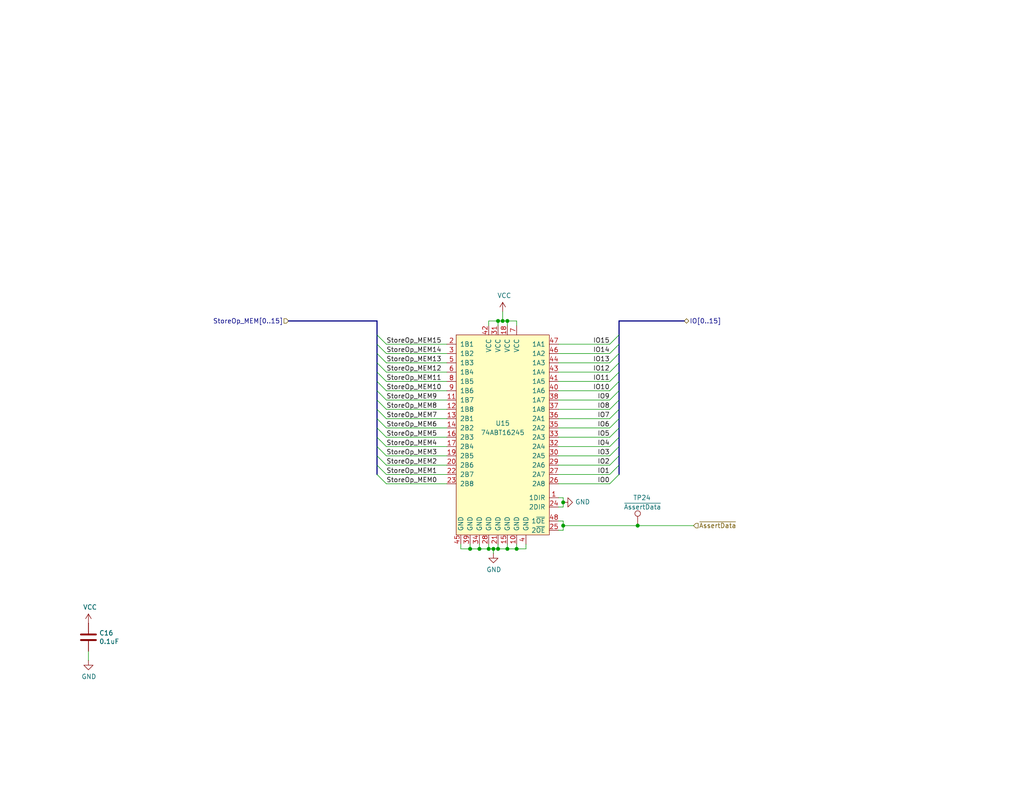
<source format=kicad_sch>
(kicad_sch (version 20250114) (generator "eeschema") (generator_version "9.0")
  (paper "USLetter")
  (title_block (title "MEM: Buffer StoreOp") (date "2025-07-01") (rev "A") (comment 3 "This allows peripheral devices to assert their own value to the bus during a Load.") (comment 4 "The store operand can be disconnected from the system memory bus via tristate outputs."))
  (lib_symbols
    (symbol "Connector:TestPoint" (pin_numbers (hide yes)) (pin_names (offset 0.762) (hide yes))
      (property "Reference" "TP" (at 0 6.858 0))
      (property "Value" "TestPoint" (at 0 5.08 0))
      (symbol "TestPoint_0_1"
        (circle (center 0 3.302) (radius 0.762))
      )
      (symbol "TestPoint_1_1"
        (pin passive line (at 0 0 90) (length 2.54) (name "1") (number "1"))
      )
    )
    (symbol "Device:C" (pin_numbers (hide yes)) (pin_names (offset 0.254))
      (property "Reference" "C" (at 0.635 2.54 0))
      (property "Value" "C" (at 0.635 -2.54 0))
      (symbol "C_0_1"
        (polyline (pts (xy -2.032 0.762) (xy 2.032 0.762)) (stroke (width 0.508)))
        (polyline (pts (xy -2.032 -0.762) (xy 2.032 -0.762)) (stroke (width 0.508)))
      )
      (symbol "C_1_1"
        (pin passive line (at 0 3.81 270) (length 2.794) (name "~") (number "1"))
        (pin passive line (at 0 -3.81 90) (length 2.794) (name "~") (number "2"))
      )
    )
    (symbol "Turtle16:74ABT16245" (pin_names (offset 1.016))
      (property "Reference" "U" (at 0 1.27 0))
      (property "Value" "74ABT16245" (at 0 -1.27 0))
      (symbol "74ABT16245_0_1"
        (rectangle (start -12.7 26.67) (end 12.7 -27.94) (fill (type background)))
      )
      (symbol "74ABT16245_1_1"
        (pin tri_state line (at -15.24 24.13 0) (length 2.54) (name "1A1") (number "47"))
        (pin tri_state line (at -15.24 21.59 0) (length 2.54) (name "1A2") (number "46"))
        (pin tri_state line (at -15.24 19.05 0) (length 2.54) (name "1A3") (number "44"))
        (pin tri_state line (at -15.24 16.51 0) (length 2.54) (name "1A4") (number "43"))
        (pin tri_state line (at -15.24 13.97 0) (length 2.54) (name "1A5") (number "41"))
        (pin tri_state line (at -15.24 11.43 0) (length 2.54) (name "1A6") (number "40"))
        (pin tri_state line (at -15.24 8.89 0) (length 2.54) (name "1A7") (number "38"))
        (pin tri_state line (at -15.24 6.35 0) (length 2.54) (name "1A8") (number "37"))
        (pin tri_state line (at -15.24 3.81 0) (length 2.54) (name "2A1") (number "36"))
        (pin tri_state line (at -15.24 1.27 0) (length 2.54) (name "2A2") (number "35"))
        (pin tri_state line (at -15.24 -1.27 0) (length 2.54) (name "2A3") (number "33"))
        (pin tri_state line (at -15.24 -3.81 0) (length 2.54) (name "2A4") (number "32"))
        (pin tri_state line (at -15.24 -6.35 0) (length 2.54) (name "2A5") (number "30"))
        (pin tri_state line (at -15.24 -8.89 0) (length 2.54) (name "2A6") (number "29"))
        (pin tri_state line (at -15.24 -11.43 0) (length 2.54) (name "2A7") (number "27"))
        (pin tri_state line (at -15.24 -13.97 0) (length 2.54) (name "2A8") (number "26"))
        (pin input line (at -15.24 -17.78 0) (length 2.54) (name "1DIR") (number "1"))
        (pin input line (at -15.24 -20.32 0) (length 2.54) (name "2DIR") (number "24"))
        (pin input line (at -15.24 -24.13 0) (length 2.54) (name "1~{OE}") (number "48"))
        (pin input line (at -15.24 -26.67 0) (length 2.54) (name "2~{OE}") (number "25"))
        (pin power_in line (at -6.35 -30.48 90) (length 2.54) (name "GND") (number "4"))
        (pin power_in line (at -3.81 29.21 270) (length 2.54) (name "VCC") (number "7"))
        (pin power_in line (at -3.81 -30.48 90) (length 2.54) (name "GND") (number "10"))
        (pin power_in line (at -1.27 29.21 270) (length 2.54) (name "VCC") (number "18"))
        (pin power_in line (at -1.27 -30.48 90) (length 2.54) (name "GND") (number "15"))
        (pin power_in line (at 1.27 29.21 270) (length 2.54) (name "VCC") (number "31"))
        (pin power_in line (at 1.27 -30.48 90) (length 2.54) (name "GND") (number "21"))
        (pin power_in line (at 3.81 29.21 270) (length 2.54) (name "VCC") (number "42"))
        (pin power_in line (at 3.81 -30.48 90) (length 2.54) (name "GND") (number "28"))
        (pin power_in line (at 6.35 -30.48 90) (length 2.54) (name "GND") (number "34"))
        (pin power_in line (at 8.89 -30.48 90) (length 2.54) (name "GND") (number "39"))
        (pin power_in line (at 11.43 -30.48 90) (length 2.54) (name "GND") (number "45"))
        (pin tri_state line (at 15.24 24.13 180) (length 2.54) (name "1B1") (number "2"))
        (pin tri_state line (at 15.24 21.59 180) (length 2.54) (name "1B2") (number "3"))
        (pin tri_state line (at 15.24 19.05 180) (length 2.54) (name "1B3") (number "5"))
        (pin tri_state line (at 15.24 16.51 180) (length 2.54) (name "1B4") (number "6"))
        (pin tri_state line (at 15.24 13.97 180) (length 2.54) (name "1B5") (number "8"))
        (pin tri_state line (at 15.24 11.43 180) (length 2.54) (name "1B6") (number "9"))
        (pin tri_state line (at 15.24 8.89 180) (length 2.54) (name "1B7") (number "11"))
        (pin tri_state line (at 15.24 6.35 180) (length 2.54) (name "1B8") (number "12"))
        (pin tri_state line (at 15.24 3.81 180) (length 2.54) (name "2B1") (number "13"))
        (pin tri_state line (at 15.24 1.27 180) (length 2.54) (name "2B2") (number "14"))
        (pin tri_state line (at 15.24 -1.27 180) (length 2.54) (name "2B3") (number "16"))
        (pin tri_state line (at 15.24 -3.81 180) (length 2.54) (name "2B4") (number "17"))
        (pin tri_state line (at 15.24 -6.35 180) (length 2.54) (name "2B5") (number "19"))
        (pin tri_state line (at 15.24 -8.89 180) (length 2.54) (name "2B6") (number "20"))
        (pin tri_state line (at 15.24 -11.43 180) (length 2.54) (name "2B7") (number "22"))
        (pin tri_state line (at 15.24 -13.97 180) (length 2.54) (name "2B8") (number "23"))
      )
    )
    (symbol "power:GND" (power) (pin_numbers (hide yes)) (pin_names (offset 0) (hide yes))
      (property "Value" "GND" (at 0 -3.81 0))
      (symbol "GND_0_1"
        (polyline (pts (xy 0 0) (xy 0 -1.27) (xy 1.27 -1.27) (xy 0 -2.54) (xy -1.27 -1.27) (xy 0 -1.27)))
      )
      (symbol "GND_1_1"
        (pin power_in line (at 0 0 270) (length 0) (name "~") (number "1"))
      )
    )
    (symbol "power:VCC" (power) (pin_numbers (hide yes)) (pin_names (offset 0) (hide yes))
      (property "Value" "VCC" (at 0 3.556 0))
      (symbol "VCC_0_1"
        (polyline (pts (xy -0.762 1.27) (xy 0 2.54)))
        (polyline (pts (xy 0 2.54) (xy 0.762 1.27)))
        (polyline (pts (xy 0 0) (xy 0 2.54)))
      )
      (symbol "VCC_1_1"
        (pin power_in line (at 0 0 90) (length 0) (name "~") (number "1"))
      )
    )
  )
  (junction (at 153.67 143.51))
  (junction (at 135.89 87.63))
  (junction (at 173.99 143.51))
  (junction (at 133.35 149.86))
  (junction (at 134.62 149.86))
  (junction (at 153.67 137.16))
  (junction (at 138.43 149.86))
  (junction (at 138.43 87.63))
  (junction (at 140.97 149.86))
  (junction (at 130.81 149.86))
  (junction (at 135.89 149.86))
  (junction (at 137.16 87.63))
  (junction (at 128.27 149.86))
  (bus_entry (at 105.41 111.76) (size -2.54 -2.54))
  (bus_entry (at 105.41 99.06) (size -2.54 -2.54))
  (bus_entry (at 166.37 111.76) (size 2.54 -2.54))
  (bus_entry (at 105.41 106.68) (size -2.54 -2.54))
  (bus_entry (at 166.37 116.84) (size 2.54 -2.54))
  (bus_entry (at 166.37 96.52) (size 2.54 -2.54))
  (bus_entry (at 105.41 114.3) (size -2.54 -2.54))
  (bus_entry (at 105.41 119.38) (size -2.54 -2.54))
  (bus_entry (at 166.37 121.92) (size 2.54 -2.54))
  (bus_entry (at 105.41 116.84) (size -2.54 -2.54))
  (bus_entry (at 166.37 106.68) (size 2.54 -2.54))
  (bus_entry (at 166.37 104.14) (size 2.54 -2.54))
  (bus_entry (at 105.41 121.92) (size -2.54 -2.54))
  (bus_entry (at 166.37 101.6) (size 2.54 -2.54))
  (bus_entry (at 166.37 132.08) (size 2.54 -2.54))
  (bus_entry (at 166.37 93.98) (size 2.54 -2.54))
  (bus_entry (at 166.37 114.3) (size 2.54 -2.54))
  (bus_entry (at 166.37 124.46) (size 2.54 -2.54))
  (bus_entry (at 105.41 101.6) (size -2.54 -2.54))
  (bus_entry (at 105.41 129.54) (size -2.54 -2.54))
  (bus_entry (at 166.37 119.38) (size 2.54 -2.54))
  (bus_entry (at 166.37 127) (size 2.54 -2.54))
  (bus_entry (at 105.41 124.46) (size -2.54 -2.54))
  (bus_entry (at 105.41 127) (size -2.54 -2.54))
  (bus_entry (at 105.41 93.98) (size -2.54 -2.54))
  (bus_entry (at 105.41 104.14) (size -2.54 -2.54))
  (bus_entry (at 105.41 132.08) (size -2.54 -2.54))
  (bus_entry (at 166.37 99.06) (size 2.54 -2.54))
  (bus_entry (at 105.41 96.52) (size -2.54 -2.54))
  (bus_entry (at 105.41 109.22) (size -2.54 -2.54))
  (bus_entry (at 166.37 129.54) (size 2.54 -2.54))
  (bus_entry (at 166.37 109.22) (size 2.54 -2.54))
  (wire (pts (xy 105.41 111.76) (xy 121.92 111.76)))
  (wire (pts (xy 135.89 148.59) (xy 135.89 149.86)))
  (wire (pts (xy 135.89 87.63) (xy 137.16 87.63)))
  (bus (pts (xy 168.91 109.22) (xy 168.91 111.76)))
  (wire (pts (xy 125.73 148.59) (xy 125.73 149.86)))
  (wire (pts (xy 166.37 101.6) (xy 152.4 101.6)))
  (wire (pts (xy 153.67 143.51) (xy 153.67 144.78)))
  (wire (pts (xy 166.37 109.22) (xy 152.4 109.22)))
  (wire (pts (xy 166.37 119.38) (xy 152.4 119.38)))
  (wire (pts (xy 153.67 142.24) (xy 153.67 143.51)))
  (wire (pts (xy 137.16 87.63) (xy 137.16 85.09)))
  (wire (pts (xy 152.4 135.89) (xy 153.67 135.89)))
  (wire (pts (xy 143.51 149.86) (xy 143.51 148.59)))
  (bus (pts (xy 168.91 127) (xy 168.91 129.54)))
  (wire (pts (xy 105.41 124.46) (xy 121.92 124.46)))
  (wire (pts (xy 105.41 101.6) (xy 121.92 101.6)))
  (wire (pts (xy 105.41 106.68) (xy 121.92 106.68)))
  (wire (pts (xy 138.43 149.86) (xy 140.97 149.86)))
  (wire (pts (xy 135.89 88.9) (xy 135.89 87.63)))
  (wire (pts (xy 105.41 132.08) (xy 121.92 132.08)))
  (wire (pts (xy 134.62 149.86) (xy 134.62 151.13)))
  (wire (pts (xy 153.67 143.51) (xy 173.99 143.51)))
  (wire (pts (xy 105.41 129.54) (xy 121.92 129.54)))
  (bus (pts (xy 102.87 87.63) (xy 78.74 87.63)))
  (bus (pts (xy 168.91 101.6) (xy 168.91 104.14)))
  (wire (pts (xy 140.97 148.59) (xy 140.97 149.86)))
  (wire (pts (xy 166.37 127) (xy 152.4 127)))
  (wire (pts (xy 166.37 116.84) (xy 152.4 116.84)))
  (bus (pts (xy 168.91 124.46) (xy 168.91 127)))
  (wire (pts (xy 134.62 149.86) (xy 135.89 149.86)))
  (bus (pts (xy 102.87 96.52) (xy 102.87 99.06)))
  (wire (pts (xy 166.37 114.3) (xy 152.4 114.3)))
  (wire (pts (xy 128.27 149.86) (xy 130.81 149.86)))
  (bus (pts (xy 102.87 124.46) (xy 102.87 127)))
  (wire (pts (xy 130.81 148.59) (xy 130.81 149.86)))
  (wire (pts (xy 153.67 144.78) (xy 152.4 144.78)))
  (bus (pts (xy 102.87 114.3) (xy 102.87 116.84)))
  (bus (pts (xy 102.87 119.38) (xy 102.87 121.92)))
  (bus (pts (xy 102.87 104.14) (xy 102.87 106.68)))
  (bus (pts (xy 168.91 104.14) (xy 168.91 106.68)))
  (bus (pts (xy 102.87 91.44) (xy 102.87 93.98)))
  (wire (pts (xy 153.67 138.43) (xy 152.4 138.43)))
  (bus (pts (xy 168.91 116.84) (xy 168.91 119.38)))
  (bus (pts (xy 102.87 99.06) (xy 102.87 101.6)))
  (bus (pts (xy 102.87 116.84) (xy 102.87 119.38)))
  (bus (pts (xy 168.91 106.68) (xy 168.91 109.22)))
  (wire (pts (xy 105.41 119.38) (xy 121.92 119.38)))
  (bus (pts (xy 168.91 87.63) (xy 168.91 91.44)))
  (wire (pts (xy 105.41 116.84) (xy 121.92 116.84)))
  (wire (pts (xy 166.37 99.06) (xy 152.4 99.06)))
  (wire (pts (xy 105.41 104.14) (xy 121.92 104.14)))
  (wire (pts (xy 153.67 137.16) (xy 153.67 138.43)))
  (bus (pts (xy 168.91 96.52) (xy 168.91 99.06)))
  (wire (pts (xy 105.41 93.98) (xy 121.92 93.98)))
  (wire (pts (xy 166.37 93.98) (xy 152.4 93.98)))
  (wire (pts (xy 133.35 87.63) (xy 135.89 87.63)))
  (bus (pts (xy 102.87 109.22) (xy 102.87 111.76)))
  (wire (pts (xy 105.41 96.52) (xy 121.92 96.52)))
  (bus (pts (xy 102.87 111.76) (xy 102.87 114.3)))
  (wire (pts (xy 138.43 87.63) (xy 140.97 87.63)))
  (bus (pts (xy 102.87 121.92) (xy 102.87 124.46)))
  (bus (pts (xy 168.91 93.98) (xy 168.91 96.52)))
  (bus (pts (xy 168.91 121.92) (xy 168.91 124.46)))
  (bus (pts (xy 102.87 101.6) (xy 102.87 104.14)))
  (wire (pts (xy 105.41 99.06) (xy 121.92 99.06)))
  (wire (pts (xy 133.35 149.86) (xy 134.62 149.86)))
  (wire (pts (xy 105.41 127) (xy 121.92 127)))
  (wire (pts (xy 133.35 148.59) (xy 133.35 149.86)))
  (wire (pts (xy 166.37 104.14) (xy 152.4 104.14)))
  (bus (pts (xy 168.91 87.63) (xy 186.69 87.63)))
  (wire (pts (xy 166.37 96.52) (xy 152.4 96.52)))
  (wire (pts (xy 138.43 87.63) (xy 138.43 88.9)))
  (wire (pts (xy 166.37 132.08) (xy 152.4 132.08)))
  (bus (pts (xy 102.87 87.63) (xy 102.87 91.44)))
  (bus (pts (xy 102.87 106.68) (xy 102.87 109.22)))
  (bus (pts (xy 168.91 91.44) (xy 168.91 93.98)))
  (wire (pts (xy 166.37 106.68) (xy 152.4 106.68)))
  (wire (pts (xy 133.35 88.9) (xy 133.35 87.63)))
  (wire (pts (xy 125.73 149.86) (xy 128.27 149.86)))
  (wire (pts (xy 140.97 149.86) (xy 143.51 149.86)))
  (bus (pts (xy 168.91 119.38) (xy 168.91 121.92)))
  (wire (pts (xy 166.37 121.92) (xy 152.4 121.92)))
  (wire (pts (xy 128.27 148.59) (xy 128.27 149.86)))
  (wire (pts (xy 138.43 148.59) (xy 138.43 149.86)))
  (wire (pts (xy 137.16 87.63) (xy 138.43 87.63)))
  (bus (pts (xy 102.87 127) (xy 102.87 129.54)))
  (wire (pts (xy 24.13 180.34) (xy 24.13 177.8)))
  (wire (pts (xy 105.41 114.3) (xy 121.92 114.3)))
  (bus (pts (xy 102.87 93.98) (xy 102.87 96.52)))
  (bus (pts (xy 168.91 114.3) (xy 168.91 116.84)))
  (wire (pts (xy 166.37 124.46) (xy 152.4 124.46)))
  (wire (pts (xy 153.67 135.89) (xy 153.67 137.16)))
  (wire (pts (xy 173.99 143.51) (xy 189.23 143.51)))
  (wire (pts (xy 166.37 129.54) (xy 152.4 129.54)))
  (wire (pts (xy 130.81 149.86) (xy 133.35 149.86)))
  (wire (pts (xy 140.97 87.63) (xy 140.97 88.9)))
  (bus (pts (xy 168.91 111.76) (xy 168.91 114.3)))
  (wire (pts (xy 152.4 142.24) (xy 153.67 142.24)))
  (bus (pts (xy 168.91 99.06) (xy 168.91 101.6)))
  (wire (pts (xy 105.41 121.92) (xy 121.92 121.92)))
  (wire (pts (xy 166.37 111.76) (xy 152.4 111.76)))
  (wire (pts (xy 105.41 109.22) (xy 121.92 109.22)))
  (wire (pts (xy 135.89 149.86) (xy 138.43 149.86)))
  (label "StoreOp_MEM9" (at 105.41 109.22 0))
  (label "IO0" (at 166.37 132.08 180))
  (label "StoreOp_MEM7" (at 105.41 114.3 0))
  (label "StoreOp_MEM11" (at 105.41 104.14 0))
  (label "StoreOp_MEM1" (at 105.41 129.54 0))
  (label "StoreOp_MEM10" (at 105.41 106.68 0))
  (label "IO15" (at 166.37 93.98 180))
  (label "IO13" (at 166.37 99.06 180))
  (label "IO8" (at 166.37 111.76 180))
  (label "IO12" (at 166.37 101.6 180))
  (label "StoreOp_MEM12" (at 105.41 101.6 0))
  (label "IO4" (at 166.37 121.92 180))
  (label "StoreOp_MEM15" (at 105.41 93.98 0))
  (label "StoreOp_MEM4" (at 105.41 121.92 0))
  (label "IO6" (at 166.37 116.84 180))
  (label "StoreOp_MEM8" (at 105.41 111.76 0))
  (label "IO2" (at 166.37 127 180))
  (label "StoreOp_MEM13" (at 105.41 99.06 0))
  (label "StoreOp_MEM3" (at 105.41 124.46 0))
  (label "IO1" (at 166.37 129.54 180))
  (label "StoreOp_MEM2" (at 105.41 127 0))
  (label "StoreOp_MEM0" (at 105.41 132.08 0))
  (label "IO5" (at 166.37 119.38 180))
  (label "IO7" (at 166.37 114.3 180))
  (label "IO14" (at 166.37 96.52 180))
  (label "StoreOp_MEM14" (at 105.41 96.52 0))
  (label "IO10" (at 166.37 106.68 180))
  (label "StoreOp_MEM5" (at 105.41 119.38 0))
  (label "IO11" (at 166.37 104.14 180))
  (label "IO9" (at 166.37 109.22 180))
  (label "IO3" (at 166.37 124.46 180))
  (label "StoreOp_MEM6" (at 105.41 116.84 0))
  (hierarchical_label "StoreOp_MEM[0..15]" (shape input) (at 78.74 87.63 180))
  (hierarchical_label "~{AssertData}" (shape input) (at 189.23 143.51 0))
  (hierarchical_label "IO[0..15]" (shape tri_state) (at 186.69 87.63 0))
  (symbol (lib_id "Device:C") (at 24.13 173.99 0) (unit 1)
    (property "Reference" "C16" (at 27.051 172.8216 0) (effects (justify left)))
    (property "Value" "0.1uF" (at 27.051 175.133 0) (effects (justify left)))
    (property "Footprint" "Capacitor_SMD:C_0603_1608Metric" (effects (hide yes)))
    (property "Datasheet" "https://www.mouser.com/datasheet/2/396/taiyo_yuden_12132018_mlcc11_hq_e-1510082.pdf" (effects (hide yes)))
    (property "Manufacturer" "Taiyo Yuden" (effects (hide yes)))
    (property "Manufacturer#" "EMK107B7104KAHT" (effects (hide yes)))
    (property "Mouser#" "963-EMK107B7104KAHT" (effects (hide yes)))
    (property "Digikey#" "587-6004-1-ND" (effects (hide yes)))
    (instances (project "MEMModule" (path "" (reference "C16") (unit 1))) (project "MainBoard" (path "" (reference "C?") (unit 1))))
  )
  (symbol (lib_id "power:VCC") (at 24.13 170.18 0) (unit 1)
    (property "Reference" "#PWR056" (effects (hide yes)))
    (property "Value" "VCC" (at 24.5618 165.7858 0))
    (property "Description" "Power symbol creates a global label with name \"VCC\"" (effects (hide yes)))
    (instances (project "MEMModule" (path "" (reference "#PWR056") (unit 1))) (project "MainBoard" (path "" (reference "#PWR?") (unit 1))))
  )
  (symbol (lib_id "power:GND") (at 24.13 180.34 0) (unit 1)
    (property "Reference" "#PWR057" (effects (hide yes)))
    (property "Value" "GND" (at 24.257 184.7342 0))
    (property "Description" "Power symbol creates a global label with name \"GND\" , ground" (effects (hide yes)))
    (instances (project "MEMModule" (path "" (reference "#PWR057") (unit 1))) (project "MainBoard" (path "" (reference "#PWR?") (unit 1))))
  )
  (symbol (lib_id "power:GND") (at 134.62 151.13 0) (unit 1)
    (property "Reference" "#PWR058" (effects (hide yes)))
    (property "Value" "GND" (at 134.747 155.5242 0))
    (property "Description" "Power symbol creates a global label with name \"GND\" , ground" (effects (hide yes)))
    (instances (project "MEMModule" (path "" (reference "#PWR058") (unit 1))) (project "MainBoard" (path "" (reference "#PWR?") (unit 1))))
  )
  (symbol (lib_id "power:VCC") (at 137.16 85.09 0) (unit 1)
    (property "Reference" "#PWR059" (effects (hide yes)))
    (property "Value" "VCC" (at 137.5918 80.6958 0))
    (property "Description" "Power symbol creates a global label with name \"VCC\"" (effects (hide yes)))
    (instances (project "MEMModule" (path "" (reference "#PWR059") (unit 1))) (project "MainBoard" (path "" (reference "#PWR?") (unit 1))))
  )
  (symbol (lib_id "Turtle16:74ABT16245") (at 137.16 118.11 0) (mirror y) (unit 1)
    (property "Reference" "U15" (at 137.16 115.57 0))
    (property "Value" "74ABT16245" (at 137.16 118.11 0))
    (property "Footprint" "Package_SO:TSSOP-48_6.1x12.5mm_P0.5mm" (effects (hide yes)))
    (property "Datasheet" "https://www.ti.com/general/docs/suppproductinfo.tsp?distId=26&gotoUrl=https://www.ti.com/lit/gpn/sn74abth16245" (effects (hide yes)))
    (property "Manufacturer" "Texas Instruments" (effects (hide yes)))
    (property "Manufacturer#" "SN74ABTH16245DGGR" (effects (hide yes)))
    (property "Mouser#" "595-SNABTH16245DGGR" (effects (hide yes)))
    (property "Digikey#" "296-4124-1-ND" (effects (hide yes)))
    (instances (project "MEMModule" (path "" (reference "U15") (unit 1))) (project "MainBoard" (path "" (reference "U?") (unit 1))))
  )
  (symbol (lib_id "power:GND") (at 153.67 137.16 90) (unit 1)
    (property "Reference" "#PWR060" (effects (hide yes)))
    (property "Value" "GND" (at 156.9212 137.033 90) (effects (justify right)))
    (property "Description" "Power symbol creates a global label with name \"GND\" , ground" (effects (hide yes)))
    (instances (project "MEMModule" (path "" (reference "#PWR060") (unit 1))) (project "MainBoard" (path "" (reference "#PWR?") (unit 1))))
  )
  (symbol (lib_id "Connector:TestPoint") (at 173.99 143.51 0) (unit 1) (in_bom no)
    (property "Reference" "TP24" (at 172.72 135.89 0) (effects (justify left)))
    (property "Value" "~{AssertData}" (at 170.18 138.43 0) (effects (justify left)))
    (property "Footprint" "TestPoint:TestPoint_Pad_D1.0mm" (effects (hide yes)))
    (instances (project "MEMModule" (path "" (reference "TP24") (unit 1))) (project "MainBoard" (path "" (reference "TP?") (unit 1))))
  )
)
</source>
